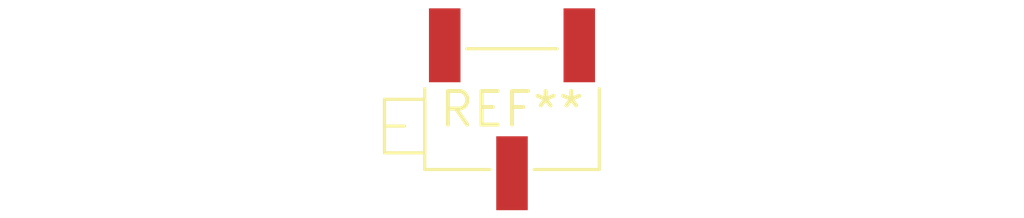
<source format=kicad_pcb>
(kicad_pcb (version 20240108) (generator pcbnew)
  (layers (0 "F.Cu" signal) (31 "B.Cu" signal) (34 "B.Paste" user) (35 "F.Paste" user) (36 "B.SilkS" user "B.Silkscreen") (37 "F.SilkS" user "F.Silkscreen") (38 "B.Mask" user) (39 "F.Mask" user) (44 "Edge.Cuts" user))
  (net 0 "")
  (footprint "Potentiometer_Bourns_3269X_Horizontal" (layer "F.Cu") (at 0 0)
    (property "Reference" "REF**")
    (property "Value" "Potentiometer_Bourns_3269X_Horizontal")
    (fp_line (start -4.815 -0.375) (end -4.815 1.645) (layer "F.SilkS") (stroke (width 0.12)))
    (fp_line (start -4.815 -0.375) (end -3.296 -0.375) (layer "F.SilkS") (stroke (width 0.12)))
    (fp_line (start -4.815 0.635) (end -4.056 0.635) (layer "F.SilkS") (stroke (width 0.12)))
    (fp_line (start -4.815 1.645) (end -3.296 1.645) (layer "F.SilkS") (stroke (width 0.12)))
    (fp_line (start -3.296 -0.375) (end -3.296 1.645) (layer "F.SilkS") (stroke (width 0.12)))
    (fp_line (start -3.295 -0.779) (end -3.295 2.275) (layer "F.SilkS") (stroke (width 0.12)))
    (fp_line (start -3.295 2.275) (end -0.835 2.275) (layer "F.SilkS") (stroke (width 0.12)))
    (fp_line (start -1.705 -2.285) (end 1.705 -2.285) (layer "F.SilkS") (stroke (width 0.12)))
    (fp_line (start 0.835 2.275) (end 3.295 2.275) (layer "F.SilkS") (stroke (width 0.12)))
    (fp_line (start 3.295 -0.779) (end 3.295 2.275) (layer "F.SilkS") (stroke (width 0.12)))
    (pad "1" smd rect (at 2.54 -2.415) (size 1.19 2.79) (layers "F.Cu" "F.Paste" "F.Mask"))
    (pad "2" smd rect (at 0 2.415) (size 1.19 2.79) (layers "F.Cu" "F.Paste" "F.Mask"))
    (pad "3" smd rect (at -2.54 -2.415) (size 1.19 2.79) (layers "F.Cu" "F.Paste" "F.Mask"))
  )
)
</source>
